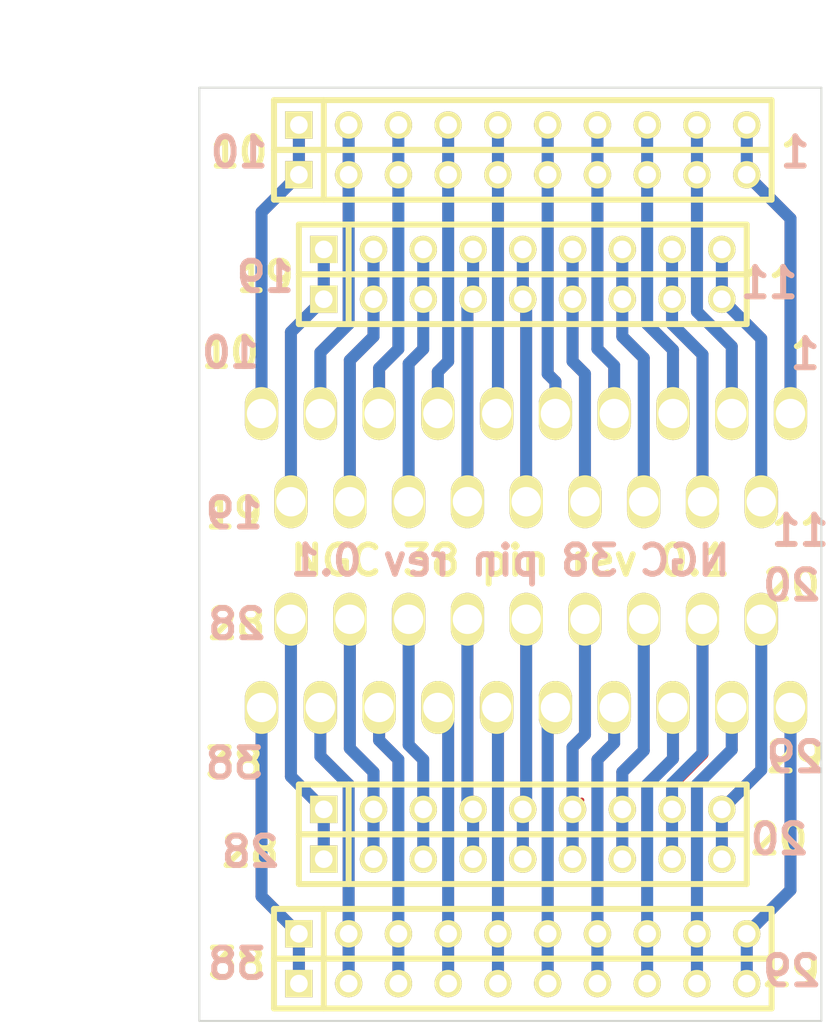
<source format=kicad_pcb>
(kicad_pcb (version 3) (host pcbnew "(2013-07-07 BZR 4022)-stable")

  (general
    (links 76)
    (no_connects 0)
    (area 137.109287 128.595001 178.485001 180.390001)
    (thickness 1.6)
    (drawings 40)
    (tracks 276)
    (zones 0)
    (modules 9)
    (nets 39)
  )

  (page A)
  (title_block 
    (title "NGC 38 pin")
    (rev R0.1)
    (company gerefi)
  )

  (layers
    (15 F.Cu signal)
    (0 B.Cu signal)
    (16 B.Adhes user)
    (17 F.Adhes user)
    (18 B.Paste user)
    (19 F.Paste user)
    (20 B.SilkS user)
    (21 F.SilkS user)
    (22 B.Mask user)
    (23 F.Mask user)
    (24 Dwgs.User user)
    (25 Cmts.User user)
    (26 Eco1.User user)
    (27 Eco2.User user)
    (28 Edge.Cuts user)
  )

  (setup
    (last_trace_width 0.6096)
    (trace_clearance 0.254)
    (zone_clearance 0.508)
    (zone_45_only no)
    (trace_min 0.254)
    (segment_width 0.2)
    (edge_width 0.1)
    (via_size 0.889)
    (via_drill 0.635)
    (via_min_size 0.889)
    (via_min_drill 0.508)
    (uvia_size 0.508)
    (uvia_drill 0.127)
    (uvias_allowed no)
    (uvia_min_size 0.508)
    (uvia_min_drill 0.127)
    (pcb_text_width 0.3)
    (pcb_text_size 1.5 1.5)
    (mod_edge_width 0.15)
    (mod_text_size 1 1)
    (mod_text_width 0.15)
    (pad_size 1.7 2.7)
    (pad_drill 1.5)
    (pad_to_mask_clearance 0)
    (aux_axis_origin 0 0)
    (visible_elements 7FFFFB3F)
    (pcbplotparams
      (layerselection 334528513)
      (usegerberextensions true)
      (excludeedgelayer true)
      (linewidth 0.150000)
      (plotframeref false)
      (viasonmask false)
      (mode 1)
      (useauxorigin false)
      (hpglpennumber 1)
      (hpglpenspeed 20)
      (hpglpendiameter 15)
      (hpglpenoverlay 2)
      (psnegative false)
      (psa4output false)
      (plotreference true)
      (plotvalue true)
      (plotothertext true)
      (plotinvisibletext false)
      (padsonsilk false)
      (subtractmaskfromsilk false)
      (outputformat 1)
      (mirror false)
      (drillshape 0)
      (scaleselection 1)
      (outputdirectory NGC_38_connector_gerber))
  )

  (net 0 "")
  (net 1 N-000001)
  (net 2 N-0000010)
  (net 3 N-0000011)
  (net 4 N-0000012)
  (net 5 N-0000013)
  (net 6 N-0000014)
  (net 7 N-0000015)
  (net 8 N-0000016)
  (net 9 N-0000017)
  (net 10 N-0000018)
  (net 11 N-0000019)
  (net 12 N-000002)
  (net 13 N-0000020)
  (net 14 N-0000021)
  (net 15 N-0000022)
  (net 16 N-0000023)
  (net 17 N-0000024)
  (net 18 N-0000025)
  (net 19 N-0000026)
  (net 20 N-0000027)
  (net 21 N-0000028)
  (net 22 N-0000029)
  (net 23 N-000003)
  (net 24 N-0000030)
  (net 25 N-0000031)
  (net 26 N-0000032)
  (net 27 N-0000033)
  (net 28 N-0000034)
  (net 29 N-0000035)
  (net 30 N-0000036)
  (net 31 N-0000037)
  (net 32 N-0000038)
  (net 33 N-000004)
  (net 34 N-000005)
  (net 35 N-000006)
  (net 36 N-000007)
  (net 37 N-000008)
  (net 38 N-000009)

  (net_class Default "This is the default net class."
    (clearance 0.254)
    (trace_width 0.6096)
    (via_dia 0.889)
    (via_drill 0.635)
    (uvia_dia 0.508)
    (uvia_drill 0.127)
    (add_net "")
    (add_net N-000001)
    (add_net N-0000010)
    (add_net N-0000011)
    (add_net N-0000012)
    (add_net N-0000013)
    (add_net N-0000014)
    (add_net N-0000015)
    (add_net N-0000016)
    (add_net N-0000017)
    (add_net N-0000018)
    (add_net N-0000019)
    (add_net N-000002)
    (add_net N-0000020)
    (add_net N-0000021)
    (add_net N-0000022)
    (add_net N-0000023)
    (add_net N-0000024)
    (add_net N-0000025)
    (add_net N-0000026)
    (add_net N-0000027)
    (add_net N-0000028)
    (add_net N-0000029)
    (add_net N-000003)
    (add_net N-0000030)
    (add_net N-0000031)
    (add_net N-0000032)
    (add_net N-0000033)
    (add_net N-0000034)
    (add_net N-0000035)
    (add_net N-0000036)
    (add_net N-0000037)
    (add_net N-0000038)
    (add_net N-000004)
    (add_net N-000005)
    (add_net N-000006)
    (add_net N-000007)
    (add_net N-000008)
    (add_net N-000009)
  )

  (module SIL-10 (layer F.Cu) (tedit 54478AD4) (tstamp 543BAF3F)
    (at 163.195 137.16)
    (descr "Connecteur 10 pins")
    (tags "CONN DEV")
    (path /543BAEB3)
    (fp_text reference P2 (at -14.605 0) (layer F.SilkS) hide
      (effects (font (size 1.72974 1.08712) (thickness 0.27178)))
    )
    (fp_text value CONN_10 (at 6.35 -2.54) (layer F.SilkS) hide
      (effects (font (size 1.524 1.016) (thickness 0.254)))
    )
    (fp_line (start -12.7 1.27) (end -12.7 -1.27) (layer F.SilkS) (width 0.3048))
    (fp_line (start -12.7 -1.27) (end 12.7 -1.27) (layer F.SilkS) (width 0.3048))
    (fp_line (start 12.7 -1.27) (end 12.7 1.27) (layer F.SilkS) (width 0.3048))
    (fp_line (start 12.7 1.27) (end -12.7 1.27) (layer F.SilkS) (width 0.3048))
    (fp_line (start -10.16 1.27) (end -10.16 -1.27) (layer F.SilkS) (width 0.3048))
    (pad 1 thru_hole rect (at -11.43 0) (size 1.397 1.397) (drill 0.9)
      (layers *.Cu *.Mask F.SilkS)
      (net 1 N-000001)
    )
    (pad 2 thru_hole circle (at -8.89 0) (size 1.397 1.397) (drill 0.9)
      (layers *.Cu *.Mask F.SilkS)
      (net 12 N-000002)
    )
    (pad 3 thru_hole circle (at -6.35 0) (size 1.397 1.397) (drill 0.9)
      (layers *.Cu *.Mask F.SilkS)
      (net 23 N-000003)
    )
    (pad 4 thru_hole circle (at -3.81 0) (size 1.397 1.397) (drill 0.9)
      (layers *.Cu *.Mask F.SilkS)
      (net 33 N-000004)
    )
    (pad 5 thru_hole circle (at -1.27 0) (size 1.397 1.397) (drill 0.9)
      (layers *.Cu *.Mask F.SilkS)
      (net 34 N-000005)
    )
    (pad 6 thru_hole circle (at 1.27 0) (size 1.397 1.397) (drill 0.9)
      (layers *.Cu *.Mask F.SilkS)
      (net 35 N-000006)
    )
    (pad 7 thru_hole circle (at 3.81 0) (size 1.397 1.397) (drill 0.9)
      (layers *.Cu *.Mask F.SilkS)
      (net 36 N-000007)
    )
    (pad 8 thru_hole circle (at 6.35 0) (size 1.397 1.397) (drill 0.9)
      (layers *.Cu *.Mask F.SilkS)
      (net 37 N-000008)
    )
    (pad 9 thru_hole circle (at 8.89 0) (size 1.397 1.397) (drill 0.9)
      (layers *.Cu *.Mask F.SilkS)
      (net 38 N-000009)
    )
    (pad 10 thru_hole circle (at 11.43 0) (size 1.397 1.397) (drill 0.9)
      (layers *.Cu *.Mask F.SilkS)
      (net 2 N-0000010)
    )
  )

  (module SIL-9 (layer F.Cu) (tedit 54478AE4) (tstamp 543ED05C)
    (at 163.195 169.545)
    (descr "Connecteur 9 pins")
    (tags "CONN DEV")
    (path /543ECFDE)
    (fp_text reference P5 (at -13.335 0) (layer F.SilkS) hide
      (effects (font (size 1.72974 1.08712) (thickness 0.27178)))
    )
    (fp_text value CONN_9 (at 5.08 -2.54) (layer F.SilkS) hide
      (effects (font (size 1.524 1.016) (thickness 0.254)))
    )
    (fp_line (start 11.43 -1.27) (end 11.43 1.27) (layer F.SilkS) (width 0.3048))
    (fp_line (start 11.43 1.27) (end -11.43 1.27) (layer F.SilkS) (width 0.3048))
    (fp_line (start -11.43 1.27) (end -11.43 -1.27) (layer F.SilkS) (width 0.3048))
    (fp_line (start 11.43 -1.27) (end -11.43 -1.27) (layer F.SilkS) (width 0.3048))
    (fp_line (start -8.89 -1.27) (end -8.89 1.27) (layer F.SilkS) (width 0.3048))
    (pad 1 thru_hole rect (at -10.16 0) (size 1.397 1.397) (drill 0.9)
      (layers *.Cu *.Mask F.SilkS)
      (net 30 N-0000036)
    )
    (pad 2 thru_hole circle (at -7.62 0) (size 1.397 1.397) (drill 0.9)
      (layers *.Cu *.Mask F.SilkS)
      (net 31 N-0000037)
    )
    (pad 3 thru_hole circle (at -5.08 0) (size 1.397 1.397) (drill 0.9)
      (layers *.Cu *.Mask F.SilkS)
      (net 32 N-0000038)
    )
    (pad 4 thru_hole circle (at -2.54 0) (size 1.397 1.397) (drill 0.9)
      (layers *.Cu *.Mask F.SilkS)
      (net 16 N-0000023)
    )
    (pad 5 thru_hole circle (at 0 0) (size 1.397 1.397) (drill 0.9)
      (layers *.Cu *.Mask F.SilkS)
      (net 4 N-0000012)
    )
    (pad 6 thru_hole circle (at 2.54 0) (size 1.397 1.397) (drill 0.9)
      (layers *.Cu *.Mask F.SilkS)
      (net 5 N-0000013)
    )
    (pad 7 thru_hole circle (at 5.08 0) (size 1.397 1.397) (drill 0.9)
      (layers *.Cu *.Mask F.SilkS)
      (net 6 N-0000014)
    )
    (pad 8 thru_hole circle (at 7.62 0) (size 1.397 1.397) (drill 0.9)
      (layers *.Cu *.Mask F.SilkS)
      (net 7 N-0000015)
    )
    (pad 9 thru_hole circle (at 10.16 0) (size 1.397 1.397) (drill 0.9)
      (layers *.Cu *.Mask F.SilkS)
      (net 8 N-0000016)
    )
  )

  (module SIL-9 (layer F.Cu) (tedit 54478ADD) (tstamp 543ED06E)
    (at 163.195 143.51)
    (descr "Connecteur 9 pins")
    (tags "CONN DEV")
    (path /543ECFEB)
    (fp_text reference P3 (at -13.09 0.11) (layer F.SilkS) hide
      (effects (font (size 1.72974 1.08712) (thickness 0.27178)))
    )
    (fp_text value CONN_9 (at 5.08 -2.54) (layer F.SilkS) hide
      (effects (font (size 1.524 1.016) (thickness 0.254)))
    )
    (fp_line (start 11.43 -1.27) (end 11.43 1.27) (layer F.SilkS) (width 0.3048))
    (fp_line (start 11.43 1.27) (end -11.43 1.27) (layer F.SilkS) (width 0.3048))
    (fp_line (start -11.43 1.27) (end -11.43 -1.27) (layer F.SilkS) (width 0.3048))
    (fp_line (start 11.43 -1.27) (end -11.43 -1.27) (layer F.SilkS) (width 0.3048))
    (fp_line (start -8.89 -1.27) (end -8.89 1.27) (layer F.SilkS) (width 0.3048))
    (pad 1 thru_hole rect (at -10.16 0) (size 1.397 1.397) (drill 0.9)
      (layers *.Cu *.Mask F.SilkS)
      (net 9 N-0000017)
    )
    (pad 2 thru_hole circle (at -7.62 0) (size 1.397 1.397) (drill 0.9)
      (layers *.Cu *.Mask F.SilkS)
      (net 10 N-0000018)
    )
    (pad 3 thru_hole circle (at -5.08 0) (size 1.397 1.397) (drill 0.9)
      (layers *.Cu *.Mask F.SilkS)
      (net 11 N-0000019)
    )
    (pad 4 thru_hole circle (at -2.54 0) (size 1.397 1.397) (drill 0.9)
      (layers *.Cu *.Mask F.SilkS)
      (net 13 N-0000020)
    )
    (pad 5 thru_hole circle (at 0 0) (size 1.397 1.397) (drill 0.9)
      (layers *.Cu *.Mask F.SilkS)
      (net 14 N-0000021)
    )
    (pad 6 thru_hole circle (at 2.54 0) (size 1.397 1.397) (drill 0.9)
      (layers *.Cu *.Mask F.SilkS)
      (net 15 N-0000022)
    )
    (pad 7 thru_hole circle (at 5.08 0) (size 1.397 1.397) (drill 0.9)
      (layers *.Cu *.Mask F.SilkS)
      (net 3 N-0000011)
    )
    (pad 8 thru_hole circle (at 7.62 0) (size 1.397 1.397) (drill 0.9)
      (layers *.Cu *.Mask F.SilkS)
      (net 17 N-0000024)
    )
    (pad 9 thru_hole circle (at 10.16 0) (size 1.397 1.397) (drill 0.9)
      (layers *.Cu *.Mask F.SilkS)
      (net 18 N-0000025)
    )
  )

  (module SIL-10 (layer F.Cu) (tedit 54478AEA) (tstamp 543ED081)
    (at 163.195 175.895)
    (descr "Connecteur 10 pins")
    (tags "CONN DEV")
    (path /543ECFCF)
    (fp_text reference P4 (at -14.605 0) (layer F.SilkS) hide
      (effects (font (size 1.72974 1.08712) (thickness 0.27178)))
    )
    (fp_text value CONN_10 (at 6.35 -2.54) (layer F.SilkS) hide
      (effects (font (size 1.524 1.016) (thickness 0.254)))
    )
    (fp_line (start -12.7 1.27) (end -12.7 -1.27) (layer F.SilkS) (width 0.3048))
    (fp_line (start -12.7 -1.27) (end 12.7 -1.27) (layer F.SilkS) (width 0.3048))
    (fp_line (start 12.7 -1.27) (end 12.7 1.27) (layer F.SilkS) (width 0.3048))
    (fp_line (start 12.7 1.27) (end -12.7 1.27) (layer F.SilkS) (width 0.3048))
    (fp_line (start -10.16 1.27) (end -10.16 -1.27) (layer F.SilkS) (width 0.3048))
    (pad 1 thru_hole rect (at -11.43 0) (size 1.397 1.397) (drill 0.9)
      (layers *.Cu *.Mask F.SilkS)
      (net 20 N-0000027)
    )
    (pad 2 thru_hole circle (at -8.89 0) (size 1.397 1.397) (drill 0.9)
      (layers *.Cu *.Mask F.SilkS)
      (net 21 N-0000028)
    )
    (pad 3 thru_hole circle (at -6.35 0) (size 1.397 1.397) (drill 0.9)
      (layers *.Cu *.Mask F.SilkS)
      (net 19 N-0000026)
    )
    (pad 4 thru_hole circle (at -3.81 0) (size 1.397 1.397) (drill 0.9)
      (layers *.Cu *.Mask F.SilkS)
      (net 22 N-0000029)
    )
    (pad 5 thru_hole circle (at -1.27 0) (size 1.397 1.397) (drill 0.9)
      (layers *.Cu *.Mask F.SilkS)
      (net 24 N-0000030)
    )
    (pad 6 thru_hole circle (at 1.27 0) (size 1.397 1.397) (drill 0.9)
      (layers *.Cu *.Mask F.SilkS)
      (net 25 N-0000031)
    )
    (pad 7 thru_hole circle (at 3.81 0) (size 1.397 1.397) (drill 0.9)
      (layers *.Cu *.Mask F.SilkS)
      (net 26 N-0000032)
    )
    (pad 8 thru_hole circle (at 6.35 0) (size 1.397 1.397) (drill 0.9)
      (layers *.Cu *.Mask F.SilkS)
      (net 27 N-0000033)
    )
    (pad 9 thru_hole circle (at 8.89 0) (size 1.397 1.397) (drill 0.9)
      (layers *.Cu *.Mask F.SilkS)
      (net 28 N-0000034)
    )
    (pad 10 thru_hole circle (at 11.43 0) (size 1.397 1.397) (drill 0.9)
      (layers *.Cu *.Mask F.SilkS)
      (net 29 N-0000035)
    )
  )

  (module SIL-9 (layer F.Cu) (tedit 54478AD8) (tstamp 544633AD)
    (at 163.195 140.97)
    (descr "Connecteur 9 pins")
    (tags "CONN DEV")
    (path /54463164)
    (fp_text reference P7 (at -13.335 0) (layer F.SilkS) hide
      (effects (font (size 1.72974 1.08712) (thickness 0.27178)))
    )
    (fp_text value CONN_9 (at 5.08 -2.54) (layer F.SilkS) hide
      (effects (font (size 1.524 1.016) (thickness 0.254)))
    )
    (fp_line (start 11.43 -1.27) (end 11.43 1.27) (layer F.SilkS) (width 0.3048))
    (fp_line (start 11.43 1.27) (end -11.43 1.27) (layer F.SilkS) (width 0.3048))
    (fp_line (start -11.43 1.27) (end -11.43 -1.27) (layer F.SilkS) (width 0.3048))
    (fp_line (start 11.43 -1.27) (end -11.43 -1.27) (layer F.SilkS) (width 0.3048))
    (fp_line (start -8.89 -1.27) (end -8.89 1.27) (layer F.SilkS) (width 0.3048))
    (pad 1 thru_hole rect (at -10.16 0) (size 1.397 1.397) (drill 0.9)
      (layers *.Cu *.Mask F.SilkS)
      (net 9 N-0000017)
    )
    (pad 2 thru_hole circle (at -7.62 0) (size 1.397 1.397) (drill 0.9)
      (layers *.Cu *.Mask F.SilkS)
      (net 10 N-0000018)
    )
    (pad 3 thru_hole circle (at -5.08 0) (size 1.397 1.397) (drill 0.9)
      (layers *.Cu *.Mask F.SilkS)
      (net 11 N-0000019)
    )
    (pad 4 thru_hole circle (at -2.54 0) (size 1.397 1.397) (drill 0.9)
      (layers *.Cu *.Mask F.SilkS)
      (net 13 N-0000020)
    )
    (pad 5 thru_hole circle (at 0 0) (size 1.397 1.397) (drill 0.9)
      (layers *.Cu *.Mask F.SilkS)
      (net 14 N-0000021)
    )
    (pad 6 thru_hole circle (at 2.54 0) (size 1.397 1.397) (drill 0.9)
      (layers *.Cu *.Mask F.SilkS)
      (net 15 N-0000022)
    )
    (pad 7 thru_hole circle (at 5.08 0) (size 1.397 1.397) (drill 0.9)
      (layers *.Cu *.Mask F.SilkS)
      (net 3 N-0000011)
    )
    (pad 8 thru_hole circle (at 7.62 0) (size 1.397 1.397) (drill 0.9)
      (layers *.Cu *.Mask F.SilkS)
      (net 17 N-0000024)
    )
    (pad 9 thru_hole circle (at 10.16 0) (size 1.397 1.397) (drill 0.9)
      (layers *.Cu *.Mask F.SilkS)
      (net 18 N-0000025)
    )
  )

  (module SIL-10 (layer F.Cu) (tedit 54478ACF) (tstamp 544633D3)
    (at 163.195 134.62)
    (descr "Connecteur 10 pins")
    (tags "CONN DEV")
    (path /5446316A)
    (fp_text reference P6 (at -14.605 0) (layer F.SilkS) hide
      (effects (font (size 1.72974 1.08712) (thickness 0.27178)))
    )
    (fp_text value CONN_10 (at 6.35 -2.54) (layer F.SilkS) hide
      (effects (font (size 1.524 1.016) (thickness 0.254)))
    )
    (fp_line (start -12.7 1.27) (end -12.7 -1.27) (layer F.SilkS) (width 0.3048))
    (fp_line (start -12.7 -1.27) (end 12.7 -1.27) (layer F.SilkS) (width 0.3048))
    (fp_line (start 12.7 -1.27) (end 12.7 1.27) (layer F.SilkS) (width 0.3048))
    (fp_line (start 12.7 1.27) (end -12.7 1.27) (layer F.SilkS) (width 0.3048))
    (fp_line (start -10.16 1.27) (end -10.16 -1.27) (layer F.SilkS) (width 0.3048))
    (pad 1 thru_hole rect (at -11.43 0) (size 1.397 1.397) (drill 0.9)
      (layers *.Cu *.Mask F.SilkS)
      (net 1 N-000001)
    )
    (pad 2 thru_hole circle (at -8.89 0) (size 1.397 1.397) (drill 0.9)
      (layers *.Cu *.Mask F.SilkS)
      (net 12 N-000002)
    )
    (pad 3 thru_hole circle (at -6.35 0) (size 1.397 1.397) (drill 0.9)
      (layers *.Cu *.Mask F.SilkS)
      (net 23 N-000003)
    )
    (pad 4 thru_hole circle (at -3.81 0) (size 1.397 1.397) (drill 0.9)
      (layers *.Cu *.Mask F.SilkS)
      (net 33 N-000004)
    )
    (pad 5 thru_hole circle (at -1.27 0) (size 1.397 1.397) (drill 0.9)
      (layers *.Cu *.Mask F.SilkS)
      (net 34 N-000005)
    )
    (pad 6 thru_hole circle (at 1.27 0) (size 1.397 1.397) (drill 0.9)
      (layers *.Cu *.Mask F.SilkS)
      (net 35 N-000006)
    )
    (pad 7 thru_hole circle (at 3.81 0) (size 1.397 1.397) (drill 0.9)
      (layers *.Cu *.Mask F.SilkS)
      (net 36 N-000007)
    )
    (pad 8 thru_hole circle (at 6.35 0) (size 1.397 1.397) (drill 0.9)
      (layers *.Cu *.Mask F.SilkS)
      (net 37 N-000008)
    )
    (pad 9 thru_hole circle (at 8.89 0) (size 1.397 1.397) (drill 0.9)
      (layers *.Cu *.Mask F.SilkS)
      (net 38 N-000009)
    )
    (pad 10 thru_hole circle (at 11.43 0) (size 1.397 1.397) (drill 0.9)
      (layers *.Cu *.Mask F.SilkS)
      (net 2 N-0000010)
    )
  )

  (module SIL-10 (layer F.Cu) (tedit 54478AF0) (tstamp 5446339B)
    (at 163.195 178.435)
    (descr "Connecteur 10 pins")
    (tags "CONN DEV")
    (path /5446315E)
    (fp_text reference P9 (at -14.605 0) (layer F.SilkS) hide
      (effects (font (size 1.72974 1.08712) (thickness 0.27178)))
    )
    (fp_text value CONN_10 (at 6.35 -2.54) (layer F.SilkS) hide
      (effects (font (size 1.524 1.016) (thickness 0.254)))
    )
    (fp_line (start -12.7 1.27) (end -12.7 -1.27) (layer F.SilkS) (width 0.3048))
    (fp_line (start -12.7 -1.27) (end 12.7 -1.27) (layer F.SilkS) (width 0.3048))
    (fp_line (start 12.7 -1.27) (end 12.7 1.27) (layer F.SilkS) (width 0.3048))
    (fp_line (start 12.7 1.27) (end -12.7 1.27) (layer F.SilkS) (width 0.3048))
    (fp_line (start -10.16 1.27) (end -10.16 -1.27) (layer F.SilkS) (width 0.3048))
    (pad 1 thru_hole rect (at -11.43 0) (size 1.397 1.397) (drill 0.9)
      (layers *.Cu *.Mask F.SilkS)
      (net 20 N-0000027)
    )
    (pad 2 thru_hole circle (at -8.89 0) (size 1.397 1.397) (drill 0.9)
      (layers *.Cu *.Mask F.SilkS)
      (net 21 N-0000028)
    )
    (pad 3 thru_hole circle (at -6.35 0) (size 1.397 1.397) (drill 0.9)
      (layers *.Cu *.Mask F.SilkS)
      (net 19 N-0000026)
    )
    (pad 4 thru_hole circle (at -3.81 0) (size 1.397 1.397) (drill 0.9)
      (layers *.Cu *.Mask F.SilkS)
      (net 22 N-0000029)
    )
    (pad 5 thru_hole circle (at -1.27 0) (size 1.397 1.397) (drill 0.9)
      (layers *.Cu *.Mask F.SilkS)
      (net 24 N-0000030)
    )
    (pad 6 thru_hole circle (at 1.27 0) (size 1.397 1.397) (drill 0.9)
      (layers *.Cu *.Mask F.SilkS)
      (net 25 N-0000031)
    )
    (pad 7 thru_hole circle (at 3.81 0) (size 1.397 1.397) (drill 0.9)
      (layers *.Cu *.Mask F.SilkS)
      (net 26 N-0000032)
    )
    (pad 8 thru_hole circle (at 6.35 0) (size 1.397 1.397) (drill 0.9)
      (layers *.Cu *.Mask F.SilkS)
      (net 27 N-0000033)
    )
    (pad 9 thru_hole circle (at 8.89 0) (size 1.397 1.397) (drill 0.9)
      (layers *.Cu *.Mask F.SilkS)
      (net 28 N-0000034)
    )
    (pad 10 thru_hole circle (at 11.43 0) (size 1.397 1.397) (drill 0.9)
      (layers *.Cu *.Mask F.SilkS)
      (net 29 N-0000035)
    )
  )

  (module SIL-9 (layer F.Cu) (tedit 54478AE7) (tstamp 544633C0)
    (at 163.195 172.085)
    (descr "Connecteur 9 pins")
    (tags "CONN DEV")
    (path /54463158)
    (fp_text reference P8 (at -13.335 0) (layer F.SilkS) hide
      (effects (font (size 1.72974 1.08712) (thickness 0.27178)))
    )
    (fp_text value CONN_9 (at 5.08 -2.54) (layer F.SilkS) hide
      (effects (font (size 1.524 1.016) (thickness 0.254)))
    )
    (fp_line (start 11.43 -1.27) (end 11.43 1.27) (layer F.SilkS) (width 0.3048))
    (fp_line (start 11.43 1.27) (end -11.43 1.27) (layer F.SilkS) (width 0.3048))
    (fp_line (start -11.43 1.27) (end -11.43 -1.27) (layer F.SilkS) (width 0.3048))
    (fp_line (start 11.43 -1.27) (end -11.43 -1.27) (layer F.SilkS) (width 0.3048))
    (fp_line (start -8.89 -1.27) (end -8.89 1.27) (layer F.SilkS) (width 0.3048))
    (pad 1 thru_hole rect (at -10.16 0) (size 1.397 1.397) (drill 0.9)
      (layers *.Cu *.Mask F.SilkS)
      (net 30 N-0000036)
    )
    (pad 2 thru_hole circle (at -7.62 0) (size 1.397 1.397) (drill 0.9)
      (layers *.Cu *.Mask F.SilkS)
      (net 31 N-0000037)
    )
    (pad 3 thru_hole circle (at -5.08 0) (size 1.397 1.397) (drill 0.9)
      (layers *.Cu *.Mask F.SilkS)
      (net 32 N-0000038)
    )
    (pad 4 thru_hole circle (at -2.54 0) (size 1.397 1.397) (drill 0.9)
      (layers *.Cu *.Mask F.SilkS)
      (net 16 N-0000023)
    )
    (pad 5 thru_hole circle (at 0 0) (size 1.397 1.397) (drill 0.9)
      (layers *.Cu *.Mask F.SilkS)
      (net 4 N-0000012)
    )
    (pad 6 thru_hole circle (at 2.54 0) (size 1.397 1.397) (drill 0.9)
      (layers *.Cu *.Mask F.SilkS)
      (net 5 N-0000013)
    )
    (pad 7 thru_hole circle (at 5.08 0) (size 1.397 1.397) (drill 0.9)
      (layers *.Cu *.Mask F.SilkS)
      (net 6 N-0000014)
    )
    (pad 8 thru_hole circle (at 7.62 0) (size 1.397 1.397) (drill 0.9)
      (layers *.Cu *.Mask F.SilkS)
      (net 7 N-0000015)
    )
    (pad 9 thru_hole circle (at 10.16 0) (size 1.397 1.397) (drill 0.9)
      (layers *.Cu *.Mask F.SilkS)
      (net 8 N-0000016)
    )
  )

  (module PCM_C1 (layer F.Cu) (tedit 54478AE1) (tstamp 5446FAEB)
    (at 149.86 156.845)
    (descr PCM_CON_4x38_C1)
    (tags PCM_CON_4x38_C1)
    (path /543BAB9B)
    (fp_text reference P1 (at -1.27 0) (layer F.SilkS) hide
      (effects (font (size 1.5 1) (thickness 0.15)))
    )
    (fp_text value DIL38 (at -2.25 0) (layer F.SilkS) hide
      (effects (font (size 1.5 1) (thickness 0.15)))
    )
    (pad 1 thru_hole oval (at 0 -7.5) (size 1.7 2.7) (drill 1.5)
      (layers *.Cu *.Mask F.SilkS)
      (net 1 N-000001)
      (zone_connect 2)
    )
    (pad 2 thru_hole oval (at 3 -7.5) (size 1.7 2.7) (drill 1.5)
      (layers *.Cu *.Mask F.SilkS)
      (net 12 N-000002)
    )
    (pad 3 thru_hole oval (at 6 -7.5) (size 1.7 2.7) (drill 1.5)
      (layers *.Cu *.Mask F.SilkS)
      (net 23 N-000003)
    )
    (pad 4 thru_hole oval (at 9 -7.5) (size 1.7 2.7) (drill 1.5)
      (layers *.Cu *.Mask F.SilkS)
      (net 33 N-000004)
    )
    (pad 5 thru_hole oval (at 12 -7.5) (size 1.7 2.7) (drill 1.5)
      (layers *.Cu *.Mask F.SilkS)
      (net 34 N-000005)
    )
    (pad 6 thru_hole oval (at 15 -7.5) (size 1.7 2.7) (drill 1.5)
      (layers *.Cu *.Mask F.SilkS)
      (net 35 N-000006)
    )
    (pad 7 thru_hole oval (at 18 -7.5) (size 1.7 2.7) (drill 1.5)
      (layers *.Cu *.Mask F.SilkS)
      (net 36 N-000007)
    )
    (pad 8 thru_hole oval (at 21 -7.5) (size 1.7 2.7) (drill 1.5)
      (layers *.Cu *.Mask F.SilkS)
      (net 37 N-000008)
    )
    (pad 9 thru_hole oval (at 24 -7.5) (size 1.7 2.7) (drill 1.5)
      (layers *.Cu *.Mask F.SilkS)
      (net 38 N-000009)
    )
    (pad 10 thru_hole oval (at 27 -7.5) (size 1.7 2.7) (drill 1.5)
      (layers *.Cu *.Mask F.SilkS)
      (net 2 N-0000010)
    )
    (pad 29 thru_hole oval (at 0 7.5) (size 1.7 2.7) (drill 1.5)
      (layers *.Cu *.Mask F.SilkS)
      (net 20 N-0000027)
    )
    (pad 30 thru_hole oval (at 3 7.5) (size 1.7 2.7) (drill 1.5)
      (layers *.Cu *.Mask F.SilkS)
      (net 21 N-0000028)
    )
    (pad 31 thru_hole oval (at 6 7.5) (size 1.7 2.7) (drill 1.5)
      (layers *.Cu *.Mask F.SilkS)
      (net 19 N-0000026)
    )
    (pad 32 thru_hole oval (at 9 7.5) (size 1.7 2.7) (drill 1.5)
      (layers *.Cu *.Mask F.SilkS)
      (net 22 N-0000029)
    )
    (pad 33 thru_hole oval (at 12 7.5) (size 1.7 2.7) (drill 1.5)
      (layers *.Cu *.Mask F.SilkS)
      (net 24 N-0000030)
    )
    (pad 34 thru_hole oval (at 15 7.5) (size 1.7 2.7) (drill 1.5)
      (layers *.Cu *.Mask F.SilkS)
      (net 25 N-0000031)
    )
    (pad 35 thru_hole oval (at 18 7.5) (size 1.7 2.7) (drill 1.5)
      (layers *.Cu *.Mask F.SilkS)
      (net 26 N-0000032)
    )
    (pad 36 thru_hole oval (at 21 7.5) (size 1.7 2.7) (drill 1.5)
      (layers *.Cu *.Mask F.SilkS)
      (net 27 N-0000033)
    )
    (pad 37 thru_hole oval (at 24 7.5) (size 1.7 2.7) (drill 1.5)
      (layers *.Cu *.Mask F.SilkS)
      (net 28 N-0000034)
    )
    (pad 38 thru_hole oval (at 27 7.5) (size 1.7 2.7) (drill 1.5)
      (layers *.Cu *.Mask F.SilkS)
      (net 29 N-0000035)
    )
    (pad 11 thru_hole oval (at 1.5 -3) (size 1.7 2.7) (drill 1.5)
      (layers *.Cu *.Mask F.SilkS)
      (net 9 N-0000017)
    )
    (pad 12 thru_hole oval (at 4.508 -3) (size 1.7 2.7) (drill 1.5)
      (layers *.Cu *.Mask F.SilkS)
      (net 10 N-0000018)
    )
    (pad 13 thru_hole oval (at 7.508 -3) (size 1.7 2.7) (drill 1.5)
      (layers *.Cu *.Mask F.SilkS)
      (net 11 N-0000019)
    )
    (pad 14 thru_hole oval (at 10.508 -3) (size 1.7 2.7) (drill 1.5)
      (layers *.Cu *.Mask F.SilkS)
      (net 13 N-0000020)
    )
    (pad 15 thru_hole oval (at 13.508 -3) (size 1.7 2.7) (drill 1.5)
      (layers *.Cu *.Mask F.SilkS)
      (net 14 N-0000021)
    )
    (pad 16 thru_hole oval (at 16.508 -3) (size 1.7 2.7) (drill 1.5)
      (layers *.Cu *.Mask F.SilkS)
      (net 15 N-0000022)
    )
    (pad 17 thru_hole oval (at 19.508 -3) (size 1.7 2.7) (drill 1.5)
      (layers *.Cu *.Mask F.SilkS)
      (net 3 N-0000011)
    )
    (pad 18 thru_hole oval (at 22.508 -3) (size 1.7 2.7) (drill 1.5)
      (layers *.Cu *.Mask F.SilkS)
      (net 17 N-0000024)
    )
    (pad 19 thru_hole oval (at 25.508 -3) (size 1.7 2.7) (drill 1.5)
      (layers *.Cu *.Mask F.SilkS)
      (net 18 N-0000025)
    )
    (pad 20 thru_hole oval (at 1.5 3) (size 1.7 2.7) (drill 1.5)
      (layers *.Cu *.Mask F.SilkS)
      (net 30 N-0000036)
    )
    (pad 21 thru_hole oval (at 4.508 3) (size 1.7 2.7) (drill 1.5)
      (layers *.Cu *.Mask F.SilkS)
      (net 31 N-0000037)
    )
    (pad 22 thru_hole oval (at 7.508 3) (size 1.7 2.7) (drill 1.5)
      (layers *.Cu *.Mask F.SilkS)
      (net 32 N-0000038)
    )
    (pad 23 thru_hole oval (at 10.508 3) (size 1.7 2.7) (drill 1.5)
      (layers *.Cu *.Mask F.SilkS)
      (net 16 N-0000023)
    )
    (pad 24 thru_hole oval (at 13.508 3) (size 1.7 2.7) (drill 1.5)
      (layers *.Cu *.Mask F.SilkS)
      (net 4 N-0000012)
    )
    (pad 25 thru_hole oval (at 16.508 3) (size 1.7 2.7) (drill 1.5)
      (layers *.Cu *.Mask F.SilkS)
      (net 5 N-0000013)
    )
    (pad 26 thru_hole oval (at 19.508 3) (size 1.7 2.7) (drill 1.5)
      (layers *.Cu *.Mask F.SilkS)
      (net 6 N-0000014)
    )
    (pad 27 thru_hole oval (at 22.508 3) (size 1.7 2.7) (drill 1.5)
      (layers *.Cu *.Mask F.SilkS)
      (net 7 N-0000015)
    )
    (pad 28 thru_hole oval (at 25.508 3) (size 1.7 2.7) (drill 1.5)
      (layers *.Cu *.Mask F.SilkS)
      (net 8 N-0000016)
    )
  )

  (gr_text 20 (at 176.276 171.069) (layer B.SilkS)
    (effects (font (size 1.5 1.5) (thickness 0.3)) (justify mirror))
  )
  (gr_text 20 (at 176.911 158.115) (layer B.SilkS)
    (effects (font (size 1.5 1.5) (thickness 0.3)) (justify mirror))
  )
  (gr_text 28 (at 149.2885 171.704) (layer B.SilkS)
    (effects (font (size 1.5 1.5) (thickness 0.3)) (justify mirror))
  )
  (gr_text 28 (at 148.59 160.0835) (layer B.SilkS)
    (effects (font (size 1.5 1.5) (thickness 0.3)) (justify mirror))
  )
  (gr_text 28 (at 148.59 160.0835) (layer F.SilkS)
    (effects (font (size 1.5 1.5) (thickness 0.3)))
  )
  (gr_text 28 (at 149.2885 171.704) (layer F.SilkS)
    (effects (font (size 1.5 1.5) (thickness 0.3)))
  )
  (gr_text 20 (at 176.276 171.069) (layer F.SilkS)
    (effects (font (size 1.5 1.5) (thickness 0.3)))
  )
  (gr_text 20 (at 176.911 158.115) (layer F.SilkS)
    (effects (font (size 1.5 1.5) (thickness 0.3)))
  )
  (gr_text 38 (at 148.463 167.1955) (layer F.SilkS)
    (effects (font (size 1.5 1.5) (thickness 0.3)))
  )
  (gr_text 38 (at 148.59 177.419) (layer F.SilkS)
    (effects (font (size 1.5 1.5) (thickness 0.3)))
  )
  (gr_text 29 (at 176.911 177.8) (layer F.SilkS)
    (effects (font (size 1.5 1.5) (thickness 0.3)))
  )
  (gr_text 29 (at 177.1015 166.878) (layer F.SilkS)
    (effects (font (size 1.5 1.5) (thickness 0.3)))
  )
  (gr_text 29 (at 177.1015 166.878) (layer B.SilkS)
    (effects (font (size 1.5 1.5) (thickness 0.3)) (justify mirror))
  )
  (gr_text 29 (at 176.911 177.8) (layer B.SilkS)
    (effects (font (size 1.5 1.5) (thickness 0.3)) (justify mirror))
  )
  (gr_text 38 (at 148.59 177.419) (layer B.SilkS)
    (effects (font (size 1.5 1.5) (thickness 0.3)) (justify mirror))
  )
  (gr_text 11 (at 177.3555 155.321) (layer B.SilkS)
    (effects (font (size 1.5 1.5) (thickness 0.3)) (justify mirror))
  )
  (gr_text 11 (at 175.768 142.6845) (layer B.SilkS)
    (effects (font (size 1.5 1.5) (thickness 0.3)) (justify mirror))
  )
  (gr_text 11 (at 177.3555 155.321) (layer F.SilkS)
    (effects (font (size 1.5 1.5) (thickness 0.3)))
  )
  (gr_text 11 (at 175.768 142.6845) (layer F.SilkS)
    (effects (font (size 1.5 1.5) (thickness 0.3)))
  )
  (gr_text 1 (at 177.1015 136.017) (layer F.SilkS)
    (effects (font (size 1.5 1.5) (thickness 0.3)))
  )
  (gr_text 1 (at 177.6095 146.304) (layer F.SilkS)
    (effects (font (size 1.5 1.5) (thickness 0.3)))
  )
  (gr_text 1 (at 177.6095 146.304) (layer B.SilkS)
    (effects (font (size 1.5 1.5) (thickness 0.3)) (justify mirror))
  )
  (gr_text 1 (at 177.1015 136.017) (layer B.SilkS)
    (effects (font (size 1.5 1.5) (thickness 0.3)) (justify mirror))
  )
  (gr_text 19 (at 150.0505 142.367) (layer B.SilkS)
    (effects (font (size 1.5 1.5) (thickness 0.3)) (justify mirror))
  )
  (gr_text 10 (at 148.717 136.017) (layer B.SilkS)
    (effects (font (size 1.5 1.5) (thickness 0.3)) (justify mirror))
  )
  (gr_text 10 (at 148.717 136.017) (layer F.SilkS)
    (effects (font (size 1.5 1.5) (thickness 0.3)))
  )
  (gr_text 19 (at 150.0505 142.367) (layer F.SilkS)
    (effects (font (size 1.5 1.5) (thickness 0.3)))
  )
  (gr_text 19 (at 148.463 154.432) (layer F.SilkS)
    (effects (font (size 1.5 1.5) (thickness 0.3)))
  )
  (gr_text 10 (at 148.2725 146.2405) (layer F.SilkS)
    (effects (font (size 1.5 1.5) (thickness 0.3)))
  )
  (gr_text 38 (at 148.463 167.1955) (layer B.SilkS)
    (effects (font (size 1.5 1.5) (thickness 0.3)) (justify mirror))
  )
  (gr_text 19 (at 148.463 154.432) (layer B.SilkS)
    (effects (font (size 1.5 1.5) (thickness 0.3)) (justify mirror))
  )
  (gr_text 10 (at 148.2725 146.2405) (layer B.SilkS)
    (effects (font (size 1.5 1.5) (thickness 0.3)) (justify mirror))
  )
  (gr_text "NGC 38 pin rev 0.1" (at 162.56 156.845) (layer B.SilkS)
    (effects (font (size 1.5 1.5) (thickness 0.3)) (justify mirror))
  )
  (dimension 31.75 (width 0.3) (layer Cmts.User)
    (gr_text "1.2500 in" (at 162.56 130.095001) (layer Cmts.User)
      (effects (font (size 1.5 1.5) (thickness 0.3)))
    )
    (feature1 (pts (xy 178.435 132.08) (xy 178.435 128.745001)))
    (feature2 (pts (xy 146.685 132.08) (xy 146.685 128.745001)))
    (crossbar (pts (xy 146.685 131.445001) (xy 178.435 131.445001)))
    (arrow1a (pts (xy 178.435 131.445001) (xy 177.308497 132.031421)))
    (arrow1b (pts (xy 178.435 131.445001) (xy 177.308497 130.858581)))
    (arrow2a (pts (xy 146.685 131.445001) (xy 147.811503 132.031421)))
    (arrow2b (pts (xy 146.685 131.445001) (xy 147.811503 130.858581)))
  )
  (dimension 47.625 (width 0.3) (layer Cmts.User)
    (gr_text "1.8750 in" (at 142.795 156.5275 90) (layer Cmts.User)
      (effects (font (size 1.5 1.5) (thickness 0.3)))
    )
    (feature1 (pts (xy 146.05 132.715) (xy 141.445 132.715)))
    (feature2 (pts (xy 146.05 180.34) (xy 141.445 180.34)))
    (crossbar (pts (xy 144.145 180.34) (xy 144.145 132.715)))
    (arrow1a (pts (xy 144.145 132.715) (xy 144.73142 133.841503)))
    (arrow1b (pts (xy 144.145 132.715) (xy 143.55858 133.841503)))
    (arrow2a (pts (xy 144.145 180.34) (xy 144.73142 179.213497)))
    (arrow2b (pts (xy 144.145 180.34) (xy 143.55858 179.213497)))
  )
  (gr_line (start 178.435 132.715) (end 146.685 132.715) (angle 90) (layer Edge.Cuts) (width 0.1))
  (gr_line (start 178.435 180.34) (end 178.435 132.715) (angle 90) (layer Edge.Cuts) (width 0.1))
  (gr_line (start 146.685 180.34) (end 146.685 132.715) (angle 90) (layer Edge.Cuts) (width 0.1))
  (gr_line (start 178.435 180.34) (end 146.685 180.34) (angle 90) (layer Edge.Cuts) (width 0.1))
  (gr_text "NGC 38 pin rev 0.1" (at 162.56 156.845) (layer F.SilkS)
    (effects (font (size 1.5 1.5) (thickness 0.3)))
  )

  (segment (start 149.86 149.345) (end 149.86 139.065) (width 0.6096) (layer F.Cu) (net 1))
  (segment (start 149.86 139.065) (end 151.765 137.16) (width 0.6096) (layer F.Cu) (net 1) (tstamp 54471B8E))
  (segment (start 151.765 134.62) (end 151.765 137.16) (width 0.6096) (layer F.Cu) (net 1))
  (segment (start 149.86 149.345) (end 149.86 139.065) (width 0.6096) (layer B.Cu) (net 1))
  (segment (start 149.86 139.065) (end 151.765 137.16) (width 0.6096) (layer B.Cu) (net 1) (tstamp 544718D3))
  (segment (start 151.765 134.62) (end 151.765 137.16) (width 0.6096) (layer B.Cu) (net 1))
  (segment (start 176.86 149.345) (end 176.86 139.395) (width 0.6096) (layer F.Cu) (net 2))
  (segment (start 176.86 139.395) (end 174.625 137.16) (width 0.6096) (layer F.Cu) (net 2) (tstamp 54471AFD))
  (segment (start 174.625 134.62) (end 174.625 137.16) (width 0.6096) (layer F.Cu) (net 2))
  (segment (start 176.86 149.345) (end 176.86 139.395) (width 0.6096) (layer B.Cu) (net 2))
  (segment (start 176.86 139.395) (end 174.625 137.16) (width 0.6096) (layer B.Cu) (net 2) (tstamp 5447186A))
  (segment (start 174.625 134.62) (end 174.625 137.16) (width 0.6096) (layer B.Cu) (net 2))
  (segment (start 168.275 143.51) (end 168.275 140.97) (width 0.6096) (layer F.Cu) (net 3))
  (segment (start 169.368 153.845) (end 169.368 146.508) (width 0.6096) (layer F.Cu) (net 3))
  (segment (start 169.368 146.508) (end 168.275 145.415) (width 0.6096) (layer F.Cu) (net 3) (tstamp 54471B24))
  (segment (start 168.275 145.415) (end 168.275 143.51) (width 0.6096) (layer F.Cu) (net 3) (tstamp 54471B26))
  (segment (start 169.368 153.845) (end 169.368 146.508) (width 0.6096) (layer B.Cu) (net 3))
  (segment (start 168.275 145.415) (end 168.275 143.51) (width 0.6096) (layer B.Cu) (net 3) (tstamp 5447188D))
  (segment (start 169.368 146.508) (end 168.275 145.415) (width 0.6096) (layer B.Cu) (net 3) (tstamp 5447188B))
  (segment (start 168.275 140.97) (end 168.275 143.51) (width 0.6096) (layer B.Cu) (net 3))
  (segment (start 163.368 159.845) (end 163.368 169.372) (width 0.6096) (layer F.Cu) (net 4))
  (segment (start 163.368 169.372) (end 163.195 169.545) (width 0.6096) (layer F.Cu) (net 4) (tstamp 54471AB4))
  (segment (start 163.195 172.085) (end 163.195 169.545) (width 0.6096) (layer F.Cu) (net 4))
  (segment (start 163.368 159.845) (end 163.368 169.372) (width 0.6096) (layer B.Cu) (net 4))
  (segment (start 163.368 169.372) (end 163.195 169.545) (width 0.6096) (layer B.Cu) (net 4) (tstamp 544717D3))
  (segment (start 163.195 172.085) (end 163.195 169.545) (width 0.6096) (layer B.Cu) (net 4))
  (segment (start 163.208 169.532) (end 163.195 169.545) (width 0.254) (layer F.Cu) (net 4) (tstamp 5446392C))
  (segment (start 166.368 159.845) (end 166.368 165.737) (width 0.6096) (layer F.Cu) (net 5))
  (segment (start 166.368 165.737) (end 165.735 166.37) (width 0.6096) (layer F.Cu) (net 5) (tstamp 54471ABC))
  (segment (start 165.735 166.37) (end 165.735 169.545) (width 0.6096) (layer F.Cu) (net 5) (tstamp 54471ABF))
  (segment (start 165.735 172.085) (end 165.735 169.545) (width 0.6096) (layer F.Cu) (net 5))
  (segment (start 166.368 159.845) (end 166.368 165.737) (width 0.6096) (layer B.Cu) (net 5))
  (segment (start 165.735 166.37) (end 165.735 169.545) (width 0.6096) (layer B.Cu) (net 5) (tstamp 544717DF))
  (segment (start 166.368 165.737) (end 165.735 166.37) (width 0.6096) (layer B.Cu) (net 5) (tstamp 544717DC))
  (segment (start 165.735 172.085) (end 165.735 169.545) (width 0.6096) (layer B.Cu) (net 5))
  (segment (start 166.208 169.072) (end 165.735 169.545) (width 0.254) (layer F.Cu) (net 5) (tstamp 5446392F))
  (segment (start 169.368 159.845) (end 169.368 166.547) (width 0.6096) (layer F.Cu) (net 6))
  (segment (start 169.368 166.547) (end 168.275 167.64) (width 0.6096) (layer F.Cu) (net 6) (tstamp 54471AC8))
  (segment (start 168.275 167.64) (end 168.275 169.545) (width 0.6096) (layer F.Cu) (net 6) (tstamp 54471AC9))
  (segment (start 168.275 172.085) (end 168.275 169.545) (width 0.6096) (layer F.Cu) (net 6))
  (segment (start 169.368 159.845) (end 169.368 166.547) (width 0.6096) (layer B.Cu) (net 6))
  (segment (start 168.275 167.64) (end 168.275 169.545) (width 0.6096) (layer B.Cu) (net 6) (tstamp 544717F9))
  (segment (start 169.368 166.547) (end 168.275 167.64) (width 0.6096) (layer B.Cu) (net 6) (tstamp 544717F7))
  (segment (start 168.275 172.085) (end 168.275 169.545) (width 0.6096) (layer B.Cu) (net 6))
  (segment (start 172.368 159.845) (end 172.368 166.722) (width 0.6096) (layer F.Cu) (net 7))
  (segment (start 172.368 166.722) (end 170.815 168.275) (width 0.6096) (layer F.Cu) (net 7) (tstamp 54471AD2))
  (segment (start 170.815 168.275) (end 170.815 169.545) (width 0.6096) (layer F.Cu) (net 7) (tstamp 54471AD4))
  (segment (start 170.815 172.085) (end 170.815 169.545) (width 0.6096) (layer F.Cu) (net 7))
  (segment (start 172.368 159.845) (end 172.368 166.673318) (width 0.6096) (layer B.Cu) (net 7))
  (segment (start 170.815 168.226318) (end 170.815 169.545) (width 0.6096) (layer B.Cu) (net 7) (tstamp 5447180C))
  (segment (start 172.368 166.673318) (end 170.815 168.226318) (width 0.6096) (layer B.Cu) (net 7) (tstamp 54471809))
  (segment (start 170.815 172.085) (end 170.815 169.545) (width 0.6096) (layer B.Cu) (net 7))
  (segment (start 175.368 159.845) (end 175.368 167.532) (width 0.6096) (layer F.Cu) (net 8))
  (segment (start 175.368 167.532) (end 173.355 169.545) (width 0.6096) (layer F.Cu) (net 8) (tstamp 54471ADE))
  (segment (start 173.355 172.085) (end 173.355 169.545) (width 0.6096) (layer F.Cu) (net 8))
  (segment (start 175.368 159.845) (end 175.368 167.532) (width 0.6096) (layer B.Cu) (net 8))
  (segment (start 175.368 167.532) (end 173.355 169.545) (width 0.6096) (layer B.Cu) (net 8) (tstamp 54471815))
  (segment (start 173.355 172.085) (end 173.355 169.545) (width 0.6096) (layer B.Cu) (net 8))
  (segment (start 153.035 143.51) (end 153.035 140.97) (width 0.6096) (layer F.Cu) (net 9))
  (segment (start 151.36 153.845) (end 151.36 145.185) (width 0.6096) (layer F.Cu) (net 9))
  (segment (start 151.36 145.185) (end 153.035 143.51) (width 0.6096) (layer F.Cu) (net 9) (tstamp 54471B84))
  (segment (start 151.36 153.845) (end 151.36 145.185) (width 0.6096) (layer B.Cu) (net 9))
  (segment (start 151.36 145.185) (end 153.035 143.51) (width 0.6096) (layer B.Cu) (net 9) (tstamp 544718CF))
  (segment (start 153.035 140.97) (end 153.035 143.51) (width 0.6096) (layer B.Cu) (net 9))
  (segment (start 155.575 143.51) (end 155.575 140.97) (width 0.6096) (layer F.Cu) (net 10))
  (segment (start 154.368 153.845) (end 154.368 146.622) (width 0.6096) (layer F.Cu) (net 10))
  (segment (start 154.368 146.622) (end 155.575 145.415) (width 0.6096) (layer F.Cu) (net 10) (tstamp 54471B72))
  (segment (start 155.575 145.415) (end 155.575 143.51) (width 0.6096) (layer F.Cu) (net 10) (tstamp 54471B75))
  (segment (start 154.368 153.845) (end 154.368 146.622) (width 0.6096) (layer B.Cu) (net 10))
  (segment (start 155.575 145.415) (end 155.575 143.51) (width 0.6096) (layer B.Cu) (net 10) (tstamp 544718C6))
  (segment (start 154.368 146.622) (end 155.575 145.415) (width 0.6096) (layer B.Cu) (net 10) (tstamp 544718C4))
  (segment (start 155.575 140.97) (end 155.575 143.51) (width 0.6096) (layer B.Cu) (net 10))
  (segment (start 158.115 143.51) (end 158.115 140.97) (width 0.6096) (layer F.Cu) (net 11))
  (segment (start 157.368 153.845) (end 157.368 146.797) (width 0.6096) (layer F.Cu) (net 11))
  (segment (start 157.368 146.797) (end 158.115 146.05) (width 0.6096) (layer F.Cu) (net 11) (tstamp 54471B62))
  (segment (start 158.115 146.05) (end 158.115 143.51) (width 0.6096) (layer F.Cu) (net 11) (tstamp 54471B64))
  (segment (start 157.368 153.845) (end 157.368 146.797) (width 0.6096) (layer B.Cu) (net 11))
  (segment (start 158.115 146.05) (end 158.115 143.51) (width 0.6096) (layer B.Cu) (net 11) (tstamp 544718BB))
  (segment (start 157.368 146.797) (end 158.115 146.05) (width 0.6096) (layer B.Cu) (net 11) (tstamp 544718B8))
  (segment (start 158.115 140.97) (end 158.115 143.51) (width 0.6096) (layer B.Cu) (net 11))
  (segment (start 154.305 137.16) (end 154.305 144.78) (width 0.6096) (layer F.Cu) (net 12))
  (segment (start 154.305 144.78) (end 152.86 146.225) (width 0.6096) (layer F.Cu) (net 12) (tstamp 54471B7E))
  (segment (start 152.86 146.225) (end 152.86 149.345) (width 0.6096) (layer F.Cu) (net 12) (tstamp 54471B81))
  (segment (start 154.305 134.62) (end 154.305 137.16) (width 0.6096) (layer F.Cu) (net 12))
  (segment (start 154.305 137.16) (end 154.305 144.78) (width 0.6096) (layer B.Cu) (net 12))
  (segment (start 152.86 146.225) (end 152.86 149.345) (width 0.6096) (layer B.Cu) (net 12) (tstamp 544718CC))
  (segment (start 154.305 144.78) (end 152.86 146.225) (width 0.6096) (layer B.Cu) (net 12) (tstamp 544718CA))
  (segment (start 154.305 134.62) (end 154.305 137.16) (width 0.6096) (layer B.Cu) (net 12))
  (segment (start 160.655 143.51) (end 160.655 140.97) (width 0.6096) (layer F.Cu) (net 13))
  (segment (start 160.368 153.845) (end 160.368 143.797) (width 0.6096) (layer F.Cu) (net 13))
  (segment (start 160.368 143.797) (end 160.655 143.51) (width 0.6096) (layer F.Cu) (net 13) (tstamp 54471B53))
  (segment (start 160.368 153.845) (end 160.368 143.797) (width 0.6096) (layer B.Cu) (net 13))
  (segment (start 160.368 143.797) (end 160.655 143.51) (width 0.6096) (layer B.Cu) (net 13) (tstamp 544718AE))
  (segment (start 160.655 140.97) (end 160.655 143.51) (width 0.6096) (layer B.Cu) (net 13))
  (segment (start 163.195 143.51) (end 163.195 140.97) (width 0.6096) (layer F.Cu) (net 14))
  (segment (start 163.368 153.845) (end 163.368 143.683) (width 0.6096) (layer F.Cu) (net 14))
  (segment (start 163.368 143.683) (end 163.195 143.51) (width 0.6096) (layer F.Cu) (net 14) (tstamp 54471B44))
  (segment (start 163.368 153.845) (end 163.368 143.683) (width 0.6096) (layer B.Cu) (net 14))
  (segment (start 163.368 143.683) (end 163.195 143.51) (width 0.6096) (layer B.Cu) (net 14) (tstamp 544718A4))
  (segment (start 163.195 140.97) (end 163.195 143.51) (width 0.6096) (layer B.Cu) (net 14))
  (segment (start 163.208 143.523) (end 163.195 143.51) (width 0.254) (layer F.Cu) (net 14) (tstamp 544638F0))
  (segment (start 165.735 143.51) (end 165.735 140.97) (width 0.6096) (layer F.Cu) (net 15))
  (segment (start 166.368 153.845) (end 166.368 147.318) (width 0.6096) (layer F.Cu) (net 15))
  (segment (start 166.368 147.318) (end 165.735 146.685) (width 0.6096) (layer F.Cu) (net 15) (tstamp 54471B34))
  (segment (start 165.735 146.685) (end 165.735 143.51) (width 0.6096) (layer F.Cu) (net 15) (tstamp 54471B36))
  (segment (start 166.368 153.845) (end 166.368 147.318) (width 0.6096) (layer B.Cu) (net 15))
  (segment (start 165.735 146.685) (end 165.735 143.51) (width 0.6096) (layer B.Cu) (net 15) (tstamp 5447189B))
  (segment (start 166.368 147.318) (end 165.735 146.685) (width 0.6096) (layer B.Cu) (net 15) (tstamp 54471897))
  (segment (start 165.735 140.97) (end 165.735 143.51) (width 0.6096) (layer B.Cu) (net 15))
  (segment (start 160.368 159.845) (end 160.368 169.258) (width 0.6096) (layer F.Cu) (net 16))
  (segment (start 160.368 169.258) (end 160.655 169.545) (width 0.6096) (layer F.Cu) (net 16) (tstamp 54471AAB))
  (segment (start 160.655 172.085) (end 160.655 169.545) (width 0.6096) (layer F.Cu) (net 16))
  (segment (start 160.368 159.845) (end 160.368 169.258) (width 0.6096) (layer B.Cu) (net 16))
  (segment (start 160.368 169.258) (end 160.655 169.545) (width 0.6096) (layer B.Cu) (net 16) (tstamp 544717CB))
  (segment (start 160.655 172.085) (end 160.655 169.545) (width 0.6096) (layer B.Cu) (net 16))
  (segment (start 160.208 169.098) (end 160.655 169.545) (width 0.254) (layer F.Cu) (net 16) (tstamp 54463941))
  (segment (start 170.815 143.51) (end 170.815 140.97) (width 0.6096) (layer F.Cu) (net 17))
  (segment (start 172.368 153.845) (end 172.368 146.333) (width 0.6096) (layer F.Cu) (net 17))
  (segment (start 172.368 146.333) (end 170.815 144.78) (width 0.6096) (layer F.Cu) (net 17) (tstamp 54471B13))
  (segment (start 170.815 144.78) (end 170.815 143.51) (width 0.6096) (layer F.Cu) (net 17) (tstamp 54471B15))
  (segment (start 172.368 153.845) (end 172.368 146.333) (width 0.6096) (layer B.Cu) (net 17))
  (segment (start 170.815 144.78) (end 170.815 143.51) (width 0.6096) (layer B.Cu) (net 17) (tstamp 54471882))
  (segment (start 172.368 146.333) (end 170.815 144.78) (width 0.6096) (layer B.Cu) (net 17) (tstamp 5447187B))
  (segment (start 170.815 140.97) (end 170.815 143.51) (width 0.6096) (layer B.Cu) (net 17))
  (segment (start 173.355 143.51) (end 173.355 140.97) (width 0.6096) (layer F.Cu) (net 18))
  (segment (start 175.368 153.845) (end 175.368 145.523) (width 0.6096) (layer F.Cu) (net 18))
  (segment (start 175.368 145.523) (end 173.355 143.51) (width 0.6096) (layer F.Cu) (net 18) (tstamp 54471B02))
  (segment (start 175.368 153.845) (end 175.368 145.523) (width 0.6096) (layer B.Cu) (net 18))
  (segment (start 175.368 145.523) (end 173.355 143.51) (width 0.6096) (layer B.Cu) (net 18) (tstamp 5447186E))
  (segment (start 173.355 140.97) (end 173.355 143.51) (width 0.6096) (layer B.Cu) (net 18))
  (segment (start 156.845 175.895) (end 156.845 167.005) (width 0.6096) (layer F.Cu) (net 19))
  (segment (start 156.845 167.005) (end 155.86 166.02) (width 0.6096) (layer F.Cu) (net 19) (tstamp 54471A9A))
  (segment (start 155.86 166.02) (end 155.86 164.345) (width 0.6096) (layer F.Cu) (net 19) (tstamp 54471A9D))
  (segment (start 156.845 178.435) (end 156.845 175.895) (width 0.6096) (layer F.Cu) (net 19))
  (segment (start 156.845 175.895) (end 156.845 167.005) (width 0.6096) (layer B.Cu) (net 19))
  (segment (start 155.86 166.02) (end 155.86 164.345) (width 0.6096) (layer B.Cu) (net 19) (tstamp 544717BA))
  (segment (start 156.845 167.005) (end 155.86 166.02) (width 0.6096) (layer B.Cu) (net 19) (tstamp 544717B8))
  (segment (start 156.845 178.435) (end 156.845 175.895) (width 0.6096) (layer B.Cu) (net 19))
  (segment (start 149.86 164.345) (end 149.86 173.99) (width 0.6096) (layer F.Cu) (net 20))
  (segment (start 149.86 173.99) (end 151.765 175.895) (width 0.6096) (layer F.Cu) (net 20) (tstamp 54471A86))
  (segment (start 151.765 178.435) (end 151.765 175.895) (width 0.6096) (layer F.Cu) (net 20))
  (segment (start 151.765 178.435) (end 151.765 175.895) (width 0.6096) (layer B.Cu) (net 20))
  (segment (start 149.86 164.345) (end 149.86 173.99) (width 0.6096) (layer B.Cu) (net 20))
  (segment (start 149.86 173.99) (end 151.765 175.895) (width 0.6096) (layer B.Cu) (net 20) (tstamp 54471756))
  (segment (start 154.305 175.895) (end 154.305 168.275) (width 0.6096) (layer F.Cu) (net 21))
  (segment (start 154.305 168.275) (end 152.86 166.83) (width 0.6096) (layer F.Cu) (net 21) (tstamp 54471A8C))
  (segment (start 152.86 166.83) (end 152.86 164.345) (width 0.6096) (layer F.Cu) (net 21) (tstamp 54471A8F))
  (segment (start 154.305 178.435) (end 154.305 175.895) (width 0.6096) (layer F.Cu) (net 21))
  (segment (start 154.305 175.895) (end 154.305 168.275) (width 0.6096) (layer B.Cu) (net 21))
  (segment (start 152.86 166.83) (end 152.86 164.345) (width 0.6096) (layer B.Cu) (net 21) (tstamp 544717AF))
  (segment (start 154.305 168.275) (end 152.86 166.83) (width 0.6096) (layer B.Cu) (net 21) (tstamp 544717AB))
  (segment (start 154.305 178.435) (end 154.305 175.895) (width 0.6096) (layer B.Cu) (net 21))
  (segment (start 159.385 175.895) (end 159.385 164.87) (width 0.6096) (layer F.Cu) (net 22))
  (segment (start 159.385 164.87) (end 158.86 164.345) (width 0.6096) (layer F.Cu) (net 22) (tstamp 54471AA7))
  (segment (start 159.385 178.435) (end 159.385 175.895) (width 0.6096) (layer F.Cu) (net 22))
  (segment (start 159.385 175.895) (end 159.385 164.87) (width 0.6096) (layer B.Cu) (net 22))
  (segment (start 159.385 164.87) (end 158.86 164.345) (width 0.6096) (layer B.Cu) (net 22) (tstamp 544717C6))
  (segment (start 159.385 178.435) (end 159.385 175.895) (width 0.6096) (layer B.Cu) (net 22))
  (segment (start 156.845 137.16) (end 156.845 146.05) (width 0.6096) (layer F.Cu) (net 23))
  (segment (start 156.845 146.05) (end 155.86 147.035) (width 0.6096) (layer F.Cu) (net 23) (tstamp 54471B6D))
  (segment (start 155.86 147.035) (end 155.86 149.345) (width 0.6096) (layer F.Cu) (net 23) (tstamp 54471B6F))
  (segment (start 156.845 134.62) (end 156.845 137.16) (width 0.6096) (layer F.Cu) (net 23))
  (segment (start 156.845 137.16) (end 156.845 146.05) (width 0.6096) (layer B.Cu) (net 23))
  (segment (start 155.86 147.035) (end 155.86 149.345) (width 0.6096) (layer B.Cu) (net 23) (tstamp 544718C0))
  (segment (start 156.845 146.05) (end 155.86 147.035) (width 0.6096) (layer B.Cu) (net 23) (tstamp 544718BE))
  (segment (start 156.845 134.62) (end 156.845 137.16) (width 0.6096) (layer B.Cu) (net 23))
  (segment (start 161.925 175.895) (end 161.925 164.41) (width 0.6096) (layer F.Cu) (net 24))
  (segment (start 161.925 164.41) (end 161.86 164.345) (width 0.6096) (layer F.Cu) (net 24) (tstamp 54471AB0))
  (segment (start 161.925 178.435) (end 161.925 175.895) (width 0.6096) (layer F.Cu) (net 24))
  (segment (start 161.925 175.895) (end 161.925 164.41) (width 0.6096) (layer B.Cu) (net 24))
  (segment (start 161.925 164.41) (end 161.86 164.345) (width 0.6096) (layer B.Cu) (net 24) (tstamp 544717CF))
  (segment (start 161.925 178.435) (end 161.925 175.895) (width 0.6096) (layer B.Cu) (net 24))
  (segment (start 164.465 175.895) (end 164.465 164.74) (width 0.6096) (layer F.Cu) (net 25))
  (segment (start 164.465 164.74) (end 164.86 164.345) (width 0.6096) (layer F.Cu) (net 25) (tstamp 54471AB8))
  (segment (start 164.465 178.435) (end 164.465 175.895) (width 0.6096) (layer F.Cu) (net 25))
  (segment (start 164.465 175.895) (end 164.465 164.74) (width 0.6096) (layer B.Cu) (net 25))
  (segment (start 164.465 164.74) (end 164.86 164.345) (width 0.6096) (layer B.Cu) (net 25) (tstamp 544717D9))
  (segment (start 164.465 178.435) (end 164.465 175.895) (width 0.6096) (layer B.Cu) (net 25))
  (segment (start 167.005 175.895) (end 167.005 167.005) (width 0.6096) (layer F.Cu) (net 26))
  (segment (start 167.005 167.005) (end 167.86 166.15) (width 0.6096) (layer F.Cu) (net 26) (tstamp 54471AC3))
  (segment (start 167.86 166.15) (end 167.86 164.345) (width 0.6096) (layer F.Cu) (net 26) (tstamp 54471AC5))
  (segment (start 167.005 178.435) (end 167.005 175.895) (width 0.6096) (layer F.Cu) (net 26))
  (segment (start 167.005 175.895) (end 167.005 167.005) (width 0.6096) (layer B.Cu) (net 26))
  (segment (start 167.86 166.15) (end 167.86 164.345) (width 0.6096) (layer B.Cu) (net 26) (tstamp 544717F4))
  (segment (start 167.005 167.005) (end 167.86 166.15) (width 0.6096) (layer B.Cu) (net 26) (tstamp 544717F1))
  (segment (start 167.005 178.435) (end 167.005 175.895) (width 0.6096) (layer B.Cu) (net 26))
  (segment (start 169.545 175.895) (end 169.545 168.275) (width 0.6096) (layer F.Cu) (net 27))
  (segment (start 169.545 168.275) (end 170.86 166.96) (width 0.6096) (layer F.Cu) (net 27) (tstamp 54471ACD))
  (segment (start 170.86 166.96) (end 170.86 164.345) (width 0.6096) (layer F.Cu) (net 27) (tstamp 54471ACF))
  (segment (start 169.545 178.435) (end 169.545 175.895) (width 0.6096) (layer F.Cu) (net 27))
  (segment (start 169.545 175.895) (end 169.545 168.275) (width 0.6096) (layer B.Cu) (net 27))
  (segment (start 170.86 166.96) (end 170.86 164.345) (width 0.6096) (layer B.Cu) (net 27) (tstamp 54471800))
  (segment (start 169.545 168.275) (end 170.86 166.96) (width 0.6096) (layer B.Cu) (net 27) (tstamp 544717FD))
  (segment (start 169.545 178.435) (end 169.545 175.895) (width 0.6096) (layer B.Cu) (net 27))
  (segment (start 172.085 175.895) (end 172.085 168.275) (width 0.6096) (layer F.Cu) (net 28))
  (segment (start 172.085 168.275) (end 173.86 166.5) (width 0.6096) (layer F.Cu) (net 28) (tstamp 54471AD7))
  (segment (start 173.86 166.5) (end 173.86 164.345) (width 0.6096) (layer F.Cu) (net 28) (tstamp 54471ADB))
  (segment (start 172.085 178.435) (end 172.085 175.895) (width 0.6096) (layer F.Cu) (net 28))
  (segment (start 172.085 175.895) (end 172.085 168.275) (width 0.6096) (layer B.Cu) (net 28))
  (segment (start 173.86 166.5) (end 173.86 164.345) (width 0.6096) (layer B.Cu) (net 28) (tstamp 54471812))
  (segment (start 172.085 168.275) (end 173.86 166.5) (width 0.6096) (layer B.Cu) (net 28) (tstamp 54471810))
  (segment (start 172.085 178.435) (end 172.085 175.895) (width 0.6096) (layer B.Cu) (net 28))
  (segment (start 176.86 164.345) (end 176.86 173.66) (width 0.6096) (layer F.Cu) (net 29))
  (segment (start 176.86 173.66) (end 174.625 175.895) (width 0.6096) (layer F.Cu) (net 29) (tstamp 54471AE2))
  (segment (start 174.625 178.435) (end 174.625 175.895) (width 0.6096) (layer F.Cu) (net 29))
  (segment (start 174.625 178.435) (end 174.625 175.895) (width 0.6096) (layer B.Cu) (net 29))
  (segment (start 176.86 164.345) (end 176.86 173.66) (width 0.6096) (layer B.Cu) (net 29))
  (segment (start 176.86 173.66) (end 174.625 175.895) (width 0.6096) (layer B.Cu) (net 29) (tstamp 5447181B))
  (segment (start 151.36 159.845) (end 151.36 167.87) (width 0.6096) (layer F.Cu) (net 30))
  (segment (start 151.36 167.87) (end 153.035 169.545) (width 0.6096) (layer F.Cu) (net 30) (tstamp 54471A81))
  (segment (start 153.035 172.085) (end 153.035 169.545) (width 0.6096) (layer F.Cu) (net 30))
  (segment (start 151.36 159.845) (end 151.36 167.87) (width 0.6096) (layer B.Cu) (net 30))
  (segment (start 151.36 167.87) (end 153.035 169.545) (width 0.6096) (layer B.Cu) (net 30) (tstamp 544717A5))
  (segment (start 153.035 172.085) (end 153.035 169.545) (width 0.6096) (layer B.Cu) (net 30))
  (segment (start 154.368 159.845) (end 154.368 166.433) (width 0.6096) (layer F.Cu) (net 31))
  (segment (start 154.368 166.433) (end 155.575 167.64) (width 0.6096) (layer F.Cu) (net 31) (tstamp 54471A93))
  (segment (start 155.575 167.64) (end 155.575 169.545) (width 0.6096) (layer F.Cu) (net 31) (tstamp 54471A96))
  (segment (start 155.575 172.085) (end 155.575 169.545) (width 0.6096) (layer F.Cu) (net 31))
  (segment (start 154.368 159.845) (end 154.368 166.433) (width 0.6096) (layer B.Cu) (net 31))
  (segment (start 155.575 167.64) (end 155.575 169.545) (width 0.6096) (layer B.Cu) (net 31) (tstamp 544717B4))
  (segment (start 154.368 166.433) (end 155.575 167.64) (width 0.6096) (layer B.Cu) (net 31) (tstamp 544717B2))
  (segment (start 155.575 172.085) (end 155.575 169.545) (width 0.6096) (layer B.Cu) (net 31))
  (segment (start 157.368 159.845) (end 157.368 166.258) (width 0.6096) (layer F.Cu) (net 32))
  (segment (start 157.368 166.258) (end 158.115 167.005) (width 0.6096) (layer F.Cu) (net 32) (tstamp 54471AA0))
  (segment (start 158.115 167.005) (end 158.115 169.545) (width 0.6096) (layer F.Cu) (net 32) (tstamp 54471AA3))
  (segment (start 158.115 172.085) (end 158.115 169.545) (width 0.6096) (layer F.Cu) (net 32))
  (segment (start 157.368 159.845) (end 157.368 166.258) (width 0.6096) (layer B.Cu) (net 32))
  (segment (start 158.115 167.005) (end 158.115 169.545) (width 0.6096) (layer B.Cu) (net 32) (tstamp 544717C1))
  (segment (start 157.368 166.258) (end 158.115 167.005) (width 0.6096) (layer B.Cu) (net 32) (tstamp 544717BF))
  (segment (start 158.115 172.085) (end 158.115 169.545) (width 0.6096) (layer B.Cu) (net 32))
  (segment (start 159.385 137.16) (end 159.385 146.685) (width 0.6096) (layer F.Cu) (net 33))
  (segment (start 159.385 146.685) (end 158.86 147.21) (width 0.6096) (layer F.Cu) (net 33) (tstamp 54471B5C))
  (segment (start 158.86 147.21) (end 158.86 149.345) (width 0.6096) (layer F.Cu) (net 33) (tstamp 54471B5F))
  (segment (start 159.385 134.62) (end 159.385 137.16) (width 0.6096) (layer F.Cu) (net 33))
  (segment (start 159.385 137.16) (end 159.385 146.685) (width 0.6096) (layer B.Cu) (net 33))
  (segment (start 158.86 147.21) (end 158.86 149.345) (width 0.6096) (layer B.Cu) (net 33) (tstamp 544718B5))
  (segment (start 159.385 146.685) (end 158.86 147.21) (width 0.6096) (layer B.Cu) (net 33) (tstamp 544718B2))
  (segment (start 159.385 134.62) (end 159.385 137.16) (width 0.6096) (layer B.Cu) (net 33))
  (segment (start 161.925 137.16) (end 161.925 149.28) (width 0.6096) (layer F.Cu) (net 34))
  (segment (start 161.925 149.28) (end 161.86 149.345) (width 0.6096) (layer F.Cu) (net 34) (tstamp 54471B4F))
  (segment (start 161.925 134.62) (end 161.925 137.16) (width 0.6096) (layer F.Cu) (net 34))
  (segment (start 161.925 137.16) (end 161.925 149.28) (width 0.6096) (layer B.Cu) (net 34))
  (segment (start 161.925 149.28) (end 161.86 149.345) (width 0.6096) (layer B.Cu) (net 34) (tstamp 544718A9))
  (segment (start 161.925 134.62) (end 161.925 137.16) (width 0.6096) (layer B.Cu) (net 34))
  (segment (start 164.465 137.16) (end 164.465 147.32) (width 0.6096) (layer F.Cu) (net 35))
  (segment (start 164.465 147.32) (end 164.86 147.715) (width 0.6096) (layer F.Cu) (net 35) (tstamp 54471B3F))
  (segment (start 164.86 147.715) (end 164.86 149.345) (width 0.6096) (layer F.Cu) (net 35) (tstamp 54471B41))
  (segment (start 164.465 134.62) (end 164.465 137.16) (width 0.6096) (layer F.Cu) (net 35))
  (segment (start 164.465 137.16) (end 164.465 147.32) (width 0.6096) (layer B.Cu) (net 35))
  (segment (start 164.86 147.715) (end 164.86 149.345) (width 0.6096) (layer B.Cu) (net 35) (tstamp 544718A1))
  (segment (start 164.465 147.32) (end 164.86 147.715) (width 0.6096) (layer B.Cu) (net 35) (tstamp 5447189E))
  (segment (start 164.465 134.62) (end 164.465 137.16) (width 0.6096) (layer B.Cu) (net 35))
  (segment (start 167.005 137.16) (end 167.005 146.05) (width 0.6096) (layer F.Cu) (net 36))
  (segment (start 167.005 146.05) (end 167.86 146.905) (width 0.6096) (layer F.Cu) (net 36) (tstamp 54471B2E))
  (segment (start 167.86 146.905) (end 167.86 149.345) (width 0.6096) (layer F.Cu) (net 36) (tstamp 54471B31))
  (segment (start 167.005 134.62) (end 167.005 137.16) (width 0.6096) (layer F.Cu) (net 36))
  (segment (start 167.005 137.16) (end 167.005 146.05) (width 0.6096) (layer B.Cu) (net 36))
  (segment (start 167.86 146.905) (end 167.86 149.345) (width 0.6096) (layer B.Cu) (net 36) (tstamp 54471894))
  (segment (start 167.005 146.05) (end 167.86 146.905) (width 0.6096) (layer B.Cu) (net 36) (tstamp 54471891))
  (segment (start 167.005 134.62) (end 167.005 137.16) (width 0.6096) (layer B.Cu) (net 36))
  (segment (start 169.545 137.16) (end 169.545 144.78) (width 0.6096) (layer F.Cu) (net 37))
  (segment (start 169.545 144.78) (end 170.86 146.095) (width 0.6096) (layer F.Cu) (net 37) (tstamp 54471B1F))
  (segment (start 170.86 146.095) (end 170.86 149.345) (width 0.6096) (layer F.Cu) (net 37) (tstamp 54471B21))
  (segment (start 169.545 134.62) (end 169.545 137.16) (width 0.6096) (layer F.Cu) (net 37))
  (segment (start 169.545 137.16) (end 169.545 144.78) (width 0.6096) (layer B.Cu) (net 37))
  (segment (start 170.86 146.095) (end 170.86 149.345) (width 0.6096) (layer B.Cu) (net 37) (tstamp 54471888))
  (segment (start 169.545 144.78) (end 170.86 146.095) (width 0.6096) (layer B.Cu) (net 37) (tstamp 54471886))
  (segment (start 169.545 134.62) (end 169.545 137.16) (width 0.6096) (layer B.Cu) (net 37))
  (segment (start 172.085 137.16) (end 172.085 144.145) (width 0.6096) (layer F.Cu) (net 38))
  (segment (start 172.085 144.145) (end 173.86 145.92) (width 0.6096) (layer F.Cu) (net 38) (tstamp 54471B0C))
  (segment (start 173.86 145.92) (end 173.86 149.345) (width 0.6096) (layer F.Cu) (net 38) (tstamp 54471B0F))
  (segment (start 172.085 134.62) (end 172.085 137.16) (width 0.6096) (layer F.Cu) (net 38))
  (segment (start 172.085 137.16) (end 172.085 144.145) (width 0.6096) (layer B.Cu) (net 38))
  (segment (start 173.86 145.92) (end 173.86 149.345) (width 0.6096) (layer B.Cu) (net 38) (tstamp 54471877))
  (segment (start 172.085 144.145) (end 173.86 145.92) (width 0.6096) (layer B.Cu) (net 38) (tstamp 54471874))
  (segment (start 172.085 134.62) (end 172.085 137.16) (width 0.6096) (layer B.Cu) (net 38))

)

</source>
